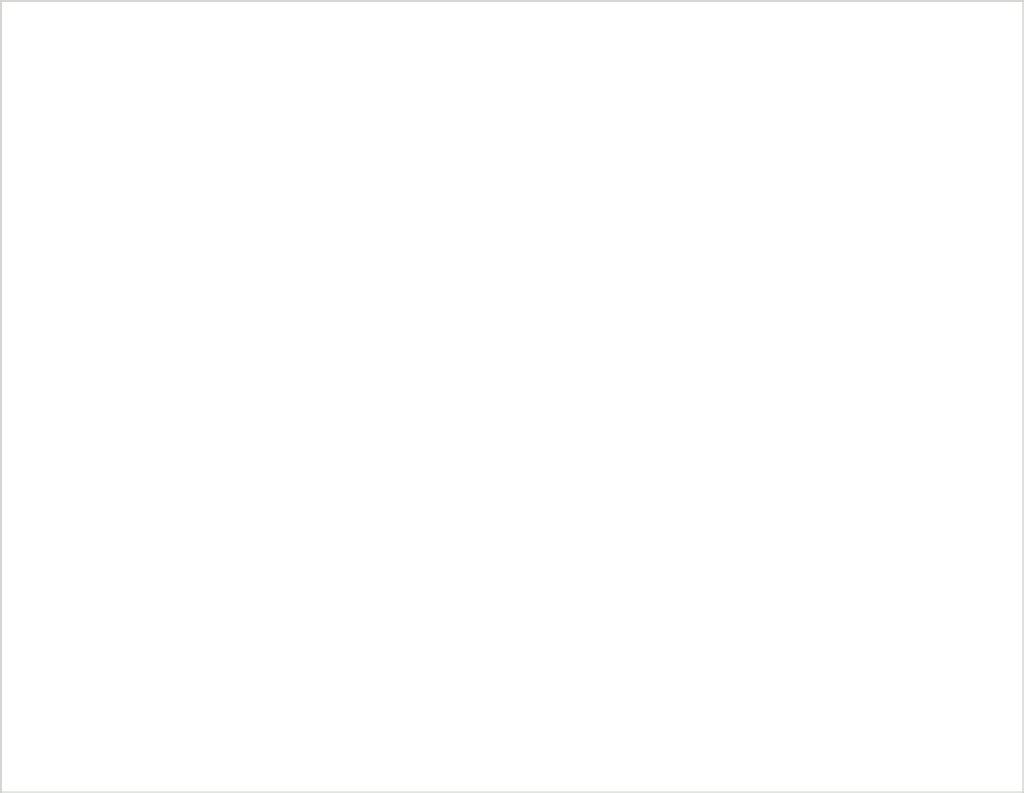
<source format=kicad_pcb>
(kicad_pcb (version 20211014) (generator pcbnew)

  (general
    (thickness 1.6)
  )

  (paper "A4")
  (layers
    (0 "F.Cu" signal)
    (31 "B.Cu" signal)
    (32 "B.Adhes" user "B.Adhesive")
    (33 "F.Adhes" user "F.Adhesive")
    (34 "B.Paste" user)
    (35 "F.Paste" user)
    (36 "B.SilkS" user "B.Silkscreen")
    (37 "F.SilkS" user "F.Silkscreen")
    (38 "B.Mask" user)
    (39 "F.Mask" user)
    (40 "Dwgs.User" user "User.Drawings")
    (41 "Cmts.User" user "User.Comments")
    (42 "Eco1.User" user "User.Eco1")
    (43 "Eco2.User" user "User.Eco2")
    (44 "Edge.Cuts" user)
    (45 "Margin" user)
    (46 "B.CrtYd" user "B.Courtyard")
    (47 "F.CrtYd" user "F.Courtyard")
    (48 "B.Fab" user)
    (49 "F.Fab" user)
  )

  (setup
    (pad_to_mask_clearance 0.2)
    (pcbplotparams
      (layerselection 0x0000030_80000001)
      (disableapertmacros false)
      (usegerberextensions false)
      (usegerberattributes true)
      (usegerberadvancedattributes true)
      (creategerberjobfile true)
      (svguseinch false)
      (svgprecision 6)
      (excludeedgelayer true)
      (plotframeref false)
      (viasonmask false)
      (mode 1)
      (useauxorigin false)
      (hpglpennumber 1)
      (hpglpenspeed 20)
      (hpglpendiameter 15.000000)
      (dxfpolygonmode true)
      (dxfimperialunits true)
      (dxfusepcbnewfont true)
      (psnegative false)
      (psa4output false)
      (plotreference true)
      (plotvalue true)
      (plotinvisibletext false)
      (sketchpadsonfab false)
      (subtractmaskfromsilk false)
      (outputformat 1)
      (mirror false)
      (drillshape 1)
      (scaleselection 1)
      (outputdirectory "")
    )
  )

  (net 0 "")

  (gr_line (start 124.46 142.24) (end 124.46 81.28) (layer "Edge.Cuts") (width 0.15) (tstamp 0f54db53-a272-4955-88fb-d7ab00657bb0))
  (gr_line (start 203.2 142.24) (end 124.46 142.24) (layer "Edge.Cuts") (width 0.15) (tstamp 80094b70-85ab-4ff6-934b-60d5ee65023a))
  (gr_line (start 203.2 81.28) (end 124.46 81.28) (layer "Edge.Cuts") (width 0.15) (tstamp 922058ca-d09a-45fd-8394-05f3e2c1e03a))
  (gr_line (start 203.2 81.28) (end 203.2 142.24) (layer "Edge.Cuts") (width 0.15) (tstamp d4a1d3c4-b315-4bec-9220-d12a9eab51e0))

)

</source>
